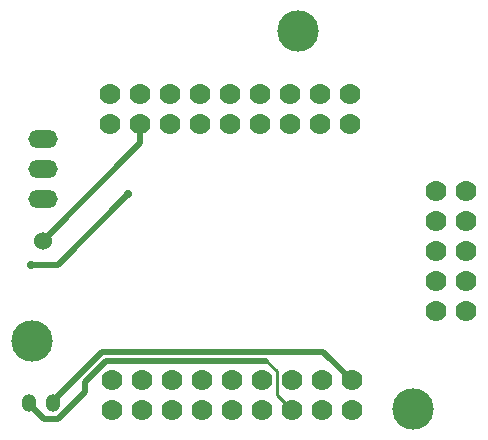
<source format=gbl>
G04*
G04 #@! TF.GenerationSoftware,Altium Limited,Altium Designer,20.0.13 (296)*
G04*
G04 Layer_Physical_Order=2*
G04 Layer_Color=16711680*
%FSLAX25Y25*%
%MOIN*%
G70*
G01*
G75*
%ADD10C,0.01000*%
%ADD25C,0.02000*%
%ADD27O,0.09843X0.06000*%
%ADD28C,0.06000*%
%ADD29C,0.07000*%
%ADD30O,0.04921X0.06000*%
%ADD31C,0.02800*%
%ADD32C,0.13780*%
D10*
X313000Y43500D02*
Y51500D01*
X309500Y55000D02*
X313000Y51500D01*
Y43500D02*
X318000Y38500D01*
D25*
X235000Y95000D02*
X267500Y127500D01*
Y134000D01*
X240000Y87000D02*
X263500Y110500D01*
X231000Y87000D02*
X240000D01*
X256140Y55000D02*
X309500D01*
X238437Y41539D02*
X254898Y58000D01*
X328500D01*
X249070Y47930D02*
X256140Y55000D01*
X328500Y58000D02*
X338000Y48500D01*
X240000Y35500D02*
X249070Y44570D01*
Y47930D01*
X230563Y40461D02*
Y41000D01*
Y40461D02*
X235524Y35500D01*
X240000D01*
X238437Y41000D02*
Y41539D01*
D27*
X235000Y119000D02*
D03*
Y129000D02*
D03*
Y109000D02*
D03*
D28*
Y95000D02*
D03*
D29*
X337500Y144000D02*
D03*
Y134000D02*
D03*
X327500Y144000D02*
D03*
Y134000D02*
D03*
X317500Y144000D02*
D03*
Y134000D02*
D03*
X307500Y144000D02*
D03*
Y134000D02*
D03*
X297500Y144000D02*
D03*
Y134000D02*
D03*
X287500Y144000D02*
D03*
Y134000D02*
D03*
X277500Y144000D02*
D03*
Y134000D02*
D03*
X267500Y144000D02*
D03*
Y134000D02*
D03*
X257500Y144000D02*
D03*
Y134000D02*
D03*
X258000Y38500D02*
D03*
Y48500D02*
D03*
X268000Y38500D02*
D03*
Y48500D02*
D03*
X278000Y38500D02*
D03*
Y48500D02*
D03*
X288000Y38500D02*
D03*
Y48500D02*
D03*
X298000Y38500D02*
D03*
Y48500D02*
D03*
X308000Y38500D02*
D03*
Y48500D02*
D03*
X318000Y38500D02*
D03*
Y48500D02*
D03*
X328000Y38500D02*
D03*
Y48500D02*
D03*
X338000Y38500D02*
D03*
Y48500D02*
D03*
X366000Y111500D02*
D03*
X376000D02*
D03*
X366000Y101500D02*
D03*
X376000D02*
D03*
X366000Y91500D02*
D03*
X376000D02*
D03*
X366000Y81500D02*
D03*
X376000D02*
D03*
X366000Y71500D02*
D03*
X376000D02*
D03*
D30*
X230563Y41000D02*
D03*
X238437D02*
D03*
D31*
X231000Y87000D02*
D03*
X263500Y110500D02*
D03*
D32*
X358500Y39000D02*
D03*
X320000Y165000D02*
D03*
X231500Y61500D02*
D03*
M02*

</source>
